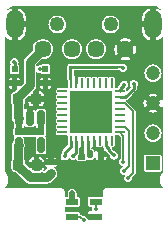
<source format=gbr>
%TF.GenerationSoftware,KiCad,Pcbnew,8.0.4*%
%TF.CreationDate,2024-07-28T22:04:51+02:00*%
%TF.ProjectId,miniCO2,6d696e69-434f-4322-9e6b-696361645f70,rev?*%
%TF.SameCoordinates,Original*%
%TF.FileFunction,Copper,L4,Bot*%
%TF.FilePolarity,Positive*%
%FSLAX46Y46*%
G04 Gerber Fmt 4.6, Leading zero omitted, Abs format (unit mm)*
G04 Created by KiCad (PCBNEW 8.0.4) date 2024-07-28 22:04:51*
%MOMM*%
%LPD*%
G01*
G04 APERTURE LIST*
G04 Aperture macros list*
%AMRoundRect*
0 Rectangle with rounded corners*
0 $1 Rounding radius*
0 $2 $3 $4 $5 $6 $7 $8 $9 X,Y pos of 4 corners*
0 Add a 4 corners polygon primitive as box body*
4,1,4,$2,$3,$4,$5,$6,$7,$8,$9,$2,$3,0*
0 Add four circle primitives for the rounded corners*
1,1,$1+$1,$2,$3*
1,1,$1+$1,$4,$5*
1,1,$1+$1,$6,$7*
1,1,$1+$1,$8,$9*
0 Add four rect primitives between the rounded corners*
20,1,$1+$1,$2,$3,$4,$5,0*
20,1,$1+$1,$4,$5,$6,$7,0*
20,1,$1+$1,$6,$7,$8,$9,0*
20,1,$1+$1,$8,$9,$2,$3,0*%
G04 Aperture macros list end*
%TA.AperFunction,SMDPad,CuDef*%
%ADD10R,1.200000X1.200000*%
%TD*%
%TA.AperFunction,SMDPad,CuDef*%
%ADD11C,1.200000*%
%TD*%
%TA.AperFunction,SMDPad,CuDef*%
%ADD12RoundRect,0.062500X-0.337500X-0.062500X0.337500X-0.062500X0.337500X0.062500X-0.337500X0.062500X0*%
%TD*%
%TA.AperFunction,SMDPad,CuDef*%
%ADD13RoundRect,0.062500X-0.062500X-0.337500X0.062500X-0.337500X0.062500X0.337500X-0.062500X0.337500X0*%
%TD*%
%TA.AperFunction,HeatsinkPad*%
%ADD14R,3.600000X3.600000*%
%TD*%
%TA.AperFunction,SMDPad,CuDef*%
%ADD15R,0.480000X0.570000*%
%TD*%
%TA.AperFunction,WasherPad*%
%ADD16C,1.250000*%
%TD*%
%TA.AperFunction,ComponentPad*%
%ADD17C,1.450000*%
%TD*%
%TA.AperFunction,ComponentPad*%
%ADD18O,1.450000X2.450000*%
%TD*%
%TA.AperFunction,SMDPad,CuDef*%
%ADD19R,1.000000X0.600000*%
%TD*%
%TA.AperFunction,SMDPad,CuDef*%
%ADD20RoundRect,0.150000X-0.150000X0.512500X-0.150000X-0.512500X0.150000X-0.512500X0.150000X0.512500X0*%
%TD*%
%TA.AperFunction,SMDPad,CuDef*%
%ADD21RoundRect,0.225000X0.225000X0.250000X-0.225000X0.250000X-0.225000X-0.250000X0.225000X-0.250000X0*%
%TD*%
%TA.AperFunction,SMDPad,CuDef*%
%ADD22RoundRect,0.140000X-0.170000X0.140000X-0.170000X-0.140000X0.170000X-0.140000X0.170000X0.140000X0*%
%TD*%
%TA.AperFunction,SMDPad,CuDef*%
%ADD23RoundRect,0.140000X0.140000X0.170000X-0.140000X0.170000X-0.140000X-0.170000X0.140000X-0.170000X0*%
%TD*%
%TA.AperFunction,ViaPad*%
%ADD24C,0.350000*%
%TD*%
%TA.AperFunction,ViaPad*%
%ADD25C,0.400000*%
%TD*%
%TA.AperFunction,ViaPad*%
%ADD26C,0.800000*%
%TD*%
%TA.AperFunction,Conductor*%
%ADD27C,0.250000*%
%TD*%
%TA.AperFunction,Conductor*%
%ADD28C,0.150000*%
%TD*%
%TA.AperFunction,Conductor*%
%ADD29C,0.800000*%
%TD*%
%TA.AperFunction,Conductor*%
%ADD30C,0.500000*%
%TD*%
%TA.AperFunction,Conductor*%
%ADD31C,0.200000*%
%TD*%
G04 APERTURE END LIST*
D10*
%TO.P,J2,1,Pin_1*%
%TO.N,+3.3V*%
X147320000Y-92583000D03*
D11*
%TO.P,J2,2,Pin_2*%
%TO.N,SWDIO*%
X147320000Y-90043000D03*
%TO.P,J2,3,Pin_3*%
%TO.N,GND*%
X147320000Y-87503000D03*
%TO.P,J2,4,Pin_4*%
%TO.N,SWCLK*%
X147320000Y-84963000D03*
%TD*%
D12*
%TO.P,U1,1,PA00*%
%TO.N,unconnected-(U1-PA00-Pad1)*%
X139637600Y-89989600D03*
%TO.P,U1,2,PA01*%
%TO.N,unconnected-(U1-PA01-Pad2)*%
X139637600Y-89489600D03*
%TO.P,U1,3,PA02*%
%TO.N,unconnected-(U1-PA02-Pad3)*%
X139637600Y-88989600D03*
%TO.P,U1,4,PA03*%
%TO.N,unconnected-(U1-PA03-Pad4)*%
X139637600Y-88489600D03*
%TO.P,U1,5,PA04*%
%TO.N,unconnected-(U1-PA04-Pad5)*%
X139637600Y-87989600D03*
%TO.P,U1,6,PA05*%
%TO.N,unconnected-(U1-PA05-Pad6)*%
X139637600Y-87489600D03*
%TO.P,U1,7,PA06*%
%TO.N,unconnected-(U1-PA06-Pad7)*%
X139637600Y-86989600D03*
%TO.P,U1,8,PA07*%
%TO.N,unconnected-(U1-PA07-Pad8)*%
X139637600Y-86489600D03*
D13*
%TO.P,U1,9,VDDANA*%
%TO.N,+3.3V*%
X140337600Y-85789600D03*
%TO.P,U1,10,GND*%
%TO.N,GND*%
X140837600Y-85789600D03*
%TO.P,U1,11,PA08*%
%TO.N,unconnected-(U1-PA08-Pad11)*%
X141337600Y-85789600D03*
%TO.P,U1,12,PA09*%
%TO.N,unconnected-(U1-PA09-Pad12)*%
X141837600Y-85789600D03*
%TO.P,U1,13,PA10*%
%TO.N,unconnected-(U1-PA10-Pad13)*%
X142337600Y-85789600D03*
%TO.P,U1,14,PA11*%
%TO.N,unconnected-(U1-PA11-Pad14)*%
X142837600Y-85789600D03*
%TO.P,U1,15,PA14*%
%TO.N,unconnected-(U1-PA14-Pad15)*%
X143337600Y-85789600D03*
%TO.P,U1,16,PA15*%
%TO.N,unconnected-(U1-PA15-Pad16)*%
X143837600Y-85789600D03*
D12*
%TO.P,U1,17,PA16*%
%TO.N,SDA*%
X144537600Y-86489600D03*
%TO.P,U1,18,PA17*%
%TO.N,SCL*%
X144537600Y-86989600D03*
%TO.P,U1,19,PA18*%
%TO.N,DIN*%
X144537600Y-87489600D03*
%TO.P,U1,20,PA19*%
%TO.N,unconnected-(U1-PA19-Pad20)*%
X144537600Y-87989600D03*
%TO.P,U1,21,PA22*%
%TO.N,unconnected-(U1-PA22-Pad21)*%
X144537600Y-88489600D03*
%TO.P,U1,22,PA23*%
%TO.N,unconnected-(U1-PA23-Pad22)*%
X144537600Y-88989600D03*
%TO.P,U1,23,PA24*%
%TO.N,D-*%
X144537600Y-89489600D03*
%TO.P,U1,24,PA25*%
%TO.N,D+*%
X144537600Y-89989600D03*
D13*
%TO.P,U1,25,PA27*%
%TO.N,unconnected-(U1-PA27-Pad25)*%
X143837600Y-90689600D03*
%TO.P,U1,26,~{RESET}*%
%TO.N,Net-(U1-~{RESET})*%
X143337600Y-90689600D03*
%TO.P,U1,27,PA28*%
%TO.N,unconnected-(U1-PA28-Pad27)*%
X142837600Y-90689600D03*
%TO.P,U1,28,GND*%
%TO.N,GND*%
X142337600Y-90689600D03*
%TO.P,U1,29,VDDCORE*%
%TO.N,Net-(U1-VDDCORE)*%
X141837600Y-90689600D03*
%TO.P,U1,30,VDDIN*%
%TO.N,+3.3V*%
X141337600Y-90689600D03*
%TO.P,U1,31,PA30*%
%TO.N,SWCLK*%
X140837600Y-90689600D03*
%TO.P,U1,32,PA31*%
%TO.N,SWDIO*%
X140337600Y-90689600D03*
D14*
%TO.P,U1,33,EP*%
%TO.N,unconnected-(U1-EP-Pad33)*%
X142087600Y-88239600D03*
%TD*%
D15*
%TO.P,SW1,1,1*%
%TO.N,GND*%
X135596000Y-85797000D03*
X138216000Y-85797000D03*
%TO.P,SW1,2,2*%
%TO.N,Net-(U1-~{RESET})*%
X135596000Y-84637000D03*
X138216000Y-84637000D03*
%TD*%
D16*
%TO.P,J1,*%
%TO.N,*%
X139228000Y-80844000D03*
X143728000Y-80844000D03*
D17*
%TO.P,J1,1,VBUS*%
%TO.N,VBUS*%
X137978000Y-82944000D03*
%TO.P,J1,2,D-*%
%TO.N,D-*%
X140478000Y-82944000D03*
%TO.P,J1,3,D+*%
%TO.N,D+*%
X142478000Y-82944000D03*
%TO.P,J1,4,GND*%
%TO.N,GND*%
X144978000Y-82944000D03*
D18*
%TO.P,J1,5,Shield*%
X135628000Y-80844000D03*
X147328000Y-80844000D03*
%TD*%
D19*
%TO.P,D1,1,DOUT*%
%TO.N,Net-(D1-DOUT)*%
X142478000Y-95844600D03*
%TO.P,D1,2,VSS*%
%TO.N,GND*%
X142478000Y-97144600D03*
%TO.P,D1,3,DIN*%
%TO.N,DIN*%
X140478000Y-97144600D03*
%TO.P,D1,4,VDD*%
%TO.N,+3.3V*%
X140478000Y-95844600D03*
%TD*%
D20*
%TO.P,U2,1,VIN*%
%TO.N,VBUS*%
X135940200Y-88778500D03*
%TO.P,U2,2,GND*%
%TO.N,GND*%
X136890200Y-88778500D03*
%TO.P,U2,3,EN*%
%TO.N,VBUS*%
X137840200Y-88778500D03*
%TO.P,U2,4,NC*%
%TO.N,unconnected-(U2-NC-Pad4)*%
X137840200Y-91053500D03*
%TO.P,U2,5,VOUT*%
%TO.N,+3.3V*%
X135940200Y-91053500D03*
%TD*%
D21*
%TO.P,C2,1*%
%TO.N,GND*%
X137462000Y-92710000D03*
%TO.P,C2,2*%
%TO.N,+3.3V*%
X135912000Y-92710000D03*
%TD*%
D22*
%TO.P,C3,2*%
%TO.N,+3.3V*%
X138684000Y-93444000D03*
%TO.P,C3,1*%
%TO.N,GND*%
X138684000Y-92484000D03*
%TD*%
D21*
%TO.P,C1,1*%
%TO.N,GND*%
X137427000Y-87122000D03*
%TO.P,C1,2*%
%TO.N,VBUS*%
X135877000Y-87122000D03*
%TD*%
D23*
%TO.P,C4,1*%
%TO.N,GND*%
X142923200Y-91846400D03*
%TO.P,C4,2*%
%TO.N,Net-(U1-VDDCORE)*%
X141963200Y-91846400D03*
%TD*%
D24*
%TO.N,Net-(U1-~{RESET})*%
X137769600Y-84632800D03*
D25*
%TO.N,GND*%
X141325600Y-96570800D03*
D24*
%TO.N,Net-(D1-DOUT)*%
X142480248Y-96490205D03*
%TO.N,DIN*%
X141445348Y-97442000D03*
X145211800Y-93853000D03*
%TO.N,D-*%
X144881600Y-93218000D03*
%TO.N,SWDIO*%
X147320000Y-90043000D03*
%TO.N,SCL*%
X145694400Y-85879401D03*
%TO.N,SWCLK*%
X147320000Y-84963000D03*
%TO.N,+3.3V*%
X144777999Y-84494963D03*
D26*
X147320000Y-92583000D03*
%TO.N,GND*%
X136906000Y-91643200D03*
X139496800Y-90932000D03*
%TO.N,+3.3V*%
X137922000Y-93785000D03*
D24*
X141274800Y-91948000D03*
D25*
X140478000Y-95144598D03*
D24*
%TO.N,SWDIO*%
X139852896Y-91991794D03*
%TO.N,D+*%
X144812200Y-92456000D03*
%TO.N,Net-(U1-~{RESET})*%
X144018000Y-91930200D03*
X135585200Y-84023200D03*
%TO.N,SWCLK*%
X140567052Y-91954402D03*
%TO.N,SDA*%
X144875630Y-85931389D03*
%TD*%
D27*
%TO.N,SCL*%
X144987340Y-86989600D02*
X144537600Y-86989600D01*
X145694400Y-86282540D02*
X144987340Y-86989600D01*
X145694400Y-85879401D02*
X145694400Y-86282540D01*
D28*
%TO.N,DIN*%
X145638000Y-93426800D02*
X145638000Y-88190001D01*
X144937599Y-87489600D02*
X144537600Y-87489600D01*
X145211800Y-93853000D02*
X145638000Y-93426800D01*
X145638000Y-88190001D02*
X144937599Y-87489600D01*
%TO.N,D-*%
X144951986Y-89489600D02*
X144537600Y-89489600D01*
X145288000Y-89825614D02*
X144951986Y-89489600D01*
X145288000Y-92811600D02*
X145288000Y-89825614D01*
X144881600Y-93218000D02*
X145288000Y-92811600D01*
%TO.N,D+*%
X144812200Y-90264200D02*
X144537600Y-89989600D01*
X144812200Y-92456000D02*
X144812200Y-90264200D01*
%TO.N,Net-(U1-~{RESET})*%
X137773800Y-84637000D02*
X137769600Y-84632800D01*
X138216000Y-84637000D02*
X137773800Y-84637000D01*
D29*
%TO.N,+3.3V*%
X136889040Y-93785000D02*
X135912000Y-92807960D01*
X135912000Y-92807960D02*
X135912000Y-92710000D01*
X137922000Y-93785000D02*
X136889040Y-93785000D01*
X137922000Y-93785000D02*
X138343000Y-93785000D01*
X138343000Y-93785000D02*
X138684000Y-93444000D01*
D28*
%TO.N,Net-(D1-DOUT)*%
X142478000Y-96487957D02*
X142480248Y-96490205D01*
X142478000Y-95844600D02*
X142478000Y-96487957D01*
%TO.N,DIN*%
X141147948Y-97144600D02*
X140478000Y-97144600D01*
X141445348Y-97442000D02*
X141147948Y-97144600D01*
D30*
%TO.N,+3.3V*%
X140478000Y-95144598D02*
X140478000Y-95844600D01*
D27*
%TO.N,Net-(U1-~{RESET})*%
X143337600Y-91139340D02*
X143337600Y-90689600D01*
X144018000Y-91930200D02*
X143612860Y-91525060D01*
X143612860Y-91525060D02*
X143612860Y-91414600D01*
X143612860Y-91414600D02*
X143337600Y-91139340D01*
%TO.N,SWCLK*%
X140837600Y-91683854D02*
X140837600Y-90689600D01*
X140567052Y-91954402D02*
X140837600Y-91683854D01*
%TO.N,SWDIO*%
X140337600Y-91183400D02*
X140337600Y-90689600D01*
X139852896Y-91668104D02*
X140337600Y-91183400D01*
X139852896Y-91991794D02*
X139852896Y-91668104D01*
%TO.N,Net-(U1-~{RESET})*%
X135596000Y-84034000D02*
X135596000Y-84637000D01*
X135585200Y-84023200D02*
X135596000Y-84034000D01*
D31*
%TO.N,+3.3V*%
X144777999Y-84494963D02*
X144738036Y-84455000D01*
X144738036Y-84455000D02*
X144145000Y-84455000D01*
D27*
%TO.N,SDA*%
X144537600Y-86269419D02*
X144537600Y-86489600D01*
X144875630Y-85931389D02*
X144537600Y-86269419D01*
D29*
%TO.N,+3.3V*%
X135906000Y-92704000D02*
X135906000Y-91087700D01*
X135912000Y-92710000D02*
X135906000Y-92704000D01*
X135906000Y-91087700D02*
X135940200Y-91053500D01*
D31*
%TO.N,D-*%
X144386400Y-89489600D02*
X144387600Y-89488400D01*
%TO.N,D+*%
X144386400Y-89989600D02*
X144387600Y-89988400D01*
D27*
%TO.N,Net-(U1-VDDCORE)*%
X141837600Y-91718400D02*
X141837600Y-90689600D01*
D29*
%TO.N,VBUS*%
X135877000Y-87122000D02*
X135877000Y-88715300D01*
X136906000Y-84016000D02*
X136906000Y-85995040D01*
X135877000Y-87024040D02*
X135877000Y-87122000D01*
X135877000Y-88715300D02*
X135940200Y-88778500D01*
X137978000Y-82944000D02*
X136906000Y-84016000D01*
X136906000Y-85995040D02*
X135877000Y-87024040D01*
D31*
%TO.N,GND*%
X142337600Y-91260800D02*
X142923200Y-91846400D01*
X142337600Y-90689600D02*
X142337600Y-91260800D01*
%TD*%
%TA.AperFunction,Conductor*%
%TO.N,+3.3V*%
G36*
X141462600Y-91282311D02*
G01*
X141470608Y-91288883D01*
X141486863Y-91292116D01*
X141507700Y-91323297D01*
X141508588Y-91330565D01*
X141551796Y-92252306D01*
X141539083Y-92287588D01*
X141505144Y-92303546D01*
X141502850Y-92303600D01*
X141014594Y-92303600D01*
X140979946Y-92289248D01*
X140965811Y-92259203D01*
X140938108Y-91965548D01*
X140949142Y-91929706D01*
X140952230Y-91926311D01*
X141051659Y-91826884D01*
X141090100Y-91734079D01*
X141090100Y-91633629D01*
X141090100Y-91310865D01*
X141104452Y-91276217D01*
X141139100Y-91261865D01*
X141166326Y-91270125D01*
X141172680Y-91274371D01*
X141212599Y-91282311D01*
X141212600Y-91282311D01*
X141212600Y-90686360D01*
X141224000Y-90678000D01*
X141462600Y-90678000D01*
X141462600Y-91282311D01*
G37*
%TD.AperFunction*%
%TD*%
%TA.AperFunction,Conductor*%
%TO.N,GND*%
G36*
X147449395Y-79294736D02*
G01*
X147578703Y-79307475D01*
X147588115Y-79309347D01*
X147710144Y-79346375D01*
X147719008Y-79350048D01*
X147831459Y-79410173D01*
X147839443Y-79415510D01*
X147937999Y-79496425D01*
X147944791Y-79503220D01*
X147995754Y-79565349D01*
X148006632Y-79601240D01*
X147988945Y-79634310D01*
X147953054Y-79645188D01*
X147923221Y-79631073D01*
X147917650Y-79625502D01*
X147766148Y-79524273D01*
X147597820Y-79454549D01*
X147597811Y-79454547D01*
X147578000Y-79450605D01*
X147578000Y-79910988D01*
X147520993Y-79878075D01*
X147393826Y-79844000D01*
X147262174Y-79844000D01*
X147135007Y-79878075D01*
X147078000Y-79910988D01*
X147078000Y-79450605D01*
X147058188Y-79454547D01*
X147058179Y-79454549D01*
X146889851Y-79524273D01*
X146738349Y-79625502D01*
X146609502Y-79754349D01*
X146508273Y-79905851D01*
X146438547Y-80074185D01*
X146438547Y-80074186D01*
X146403000Y-80252898D01*
X146403000Y-80594000D01*
X146828000Y-80594000D01*
X146828000Y-81094000D01*
X146403000Y-81094000D01*
X146403000Y-81435101D01*
X146438547Y-81613813D01*
X146438547Y-81613814D01*
X146508273Y-81782148D01*
X146609502Y-81933650D01*
X146738349Y-82062497D01*
X146889851Y-82163726D01*
X147058185Y-82233452D01*
X147058196Y-82233455D01*
X147077999Y-82237394D01*
X147078000Y-82237394D01*
X147078000Y-81777012D01*
X147135007Y-81809925D01*
X147262174Y-81844000D01*
X147393826Y-81844000D01*
X147520993Y-81809925D01*
X147578000Y-81777012D01*
X147578000Y-82237394D01*
X147597803Y-82233455D01*
X147597814Y-82233452D01*
X147766148Y-82163726D01*
X147917650Y-82062497D01*
X148046493Y-81933654D01*
X148056818Y-81918202D01*
X148088000Y-81897366D01*
X148124783Y-81904681D01*
X148145619Y-81935863D01*
X148146561Y-81945422D01*
X148146656Y-84929652D01*
X148132490Y-84963853D01*
X148135968Y-84965775D01*
X148146658Y-84996324D01*
X148146726Y-87155061D01*
X148132375Y-87189710D01*
X148097728Y-87204063D01*
X148063079Y-87189712D01*
X148051475Y-87171245D01*
X148045335Y-87153696D01*
X148045330Y-87153687D01*
X148036661Y-87139892D01*
X148036660Y-87139891D01*
X147673553Y-87502999D01*
X147673553Y-87503000D01*
X148036660Y-87866106D01*
X148045337Y-87852299D01*
X148051497Y-87834693D01*
X148076485Y-87806728D01*
X148113929Y-87804623D01*
X148141894Y-87829611D01*
X148146748Y-87850872D01*
X148146817Y-90011087D01*
X148133618Y-90042953D01*
X148136128Y-90044341D01*
X148146819Y-90074890D01*
X148146922Y-93302864D01*
X148135251Y-93334607D01*
X148075945Y-93404352D01*
X148075941Y-93404358D01*
X147987992Y-93554879D01*
X147927734Y-93718474D01*
X147897031Y-93890086D01*
X147896829Y-94064432D01*
X147927135Y-94236111D01*
X147927342Y-94236676D01*
X147987017Y-94399845D01*
X147987018Y-94399847D01*
X147987019Y-94399849D01*
X148074620Y-94550572D01*
X148129018Y-94614844D01*
X148140447Y-94650563D01*
X148123272Y-94683902D01*
X148091616Y-94695500D01*
X143343436Y-94695500D01*
X143267010Y-94715979D01*
X143267008Y-94715979D01*
X143198488Y-94755540D01*
X143198488Y-94755541D01*
X143142541Y-94811488D01*
X143142540Y-94811488D01*
X143102979Y-94880008D01*
X143102979Y-94880010D01*
X143082500Y-94956436D01*
X143082500Y-95375682D01*
X143068148Y-95410330D01*
X143033500Y-95424682D01*
X143023940Y-95423740D01*
X142990561Y-95417100D01*
X142990558Y-95417100D01*
X141965442Y-95417100D01*
X141965438Y-95417100D01*
X141928253Y-95424497D01*
X141886077Y-95452677D01*
X141857897Y-95494853D01*
X141850500Y-95532038D01*
X141850500Y-96157161D01*
X141857897Y-96194346D01*
X141886077Y-96236522D01*
X141907165Y-96250612D01*
X141928252Y-96264702D01*
X141965442Y-96272100D01*
X142118042Y-96272100D01*
X142152690Y-96286452D01*
X142167042Y-96321100D01*
X142161702Y-96343345D01*
X142142748Y-96380543D01*
X142142748Y-96380544D01*
X142125379Y-96490205D01*
X142140858Y-96587936D01*
X142132104Y-96624401D01*
X142100128Y-96643997D01*
X142092462Y-96644600D01*
X141958305Y-96644600D01*
X141899963Y-96656204D01*
X141833807Y-96700407D01*
X141789604Y-96766563D01*
X141778000Y-96824905D01*
X141778000Y-96894600D01*
X142679000Y-96894600D01*
X142713648Y-96908952D01*
X142728000Y-96943600D01*
X142728000Y-97345600D01*
X142713648Y-97380248D01*
X142679000Y-97394600D01*
X141834559Y-97394600D01*
X141799911Y-97380248D01*
X141786162Y-97353267D01*
X141782848Y-97332339D01*
X141732443Y-97233413D01*
X141653935Y-97154905D01*
X141653932Y-97154903D01*
X141555009Y-97104500D01*
X141445348Y-97087131D01*
X141445346Y-97087131D01*
X141410877Y-97092589D01*
X141374411Y-97083833D01*
X141368566Y-97078840D01*
X141262657Y-96972930D01*
X141188229Y-96942100D01*
X141188228Y-96942100D01*
X141154500Y-96942100D01*
X141119852Y-96927748D01*
X141105500Y-96893100D01*
X141105500Y-96832042D01*
X141105499Y-96832038D01*
X141098102Y-96794853D01*
X141098102Y-96794852D01*
X141079200Y-96766563D01*
X141069922Y-96752677D01*
X141038361Y-96731590D01*
X141027748Y-96724498D01*
X141027747Y-96724497D01*
X141027746Y-96724497D01*
X140990561Y-96717100D01*
X140990558Y-96717100D01*
X139965442Y-96717100D01*
X139965438Y-96717100D01*
X139932060Y-96723740D01*
X139895277Y-96716424D01*
X139874442Y-96685242D01*
X139873500Y-96675682D01*
X139873500Y-96313517D01*
X139887852Y-96278869D01*
X139922500Y-96264517D01*
X139932053Y-96265458D01*
X139965442Y-96272100D01*
X140990558Y-96272100D01*
X141027748Y-96264702D01*
X141069922Y-96236522D01*
X141098102Y-96194348D01*
X141105500Y-96157158D01*
X141105500Y-95532042D01*
X141098102Y-95494852D01*
X141082500Y-95471502D01*
X141069922Y-95452677D01*
X141028023Y-95424682D01*
X141027748Y-95424498D01*
X141027747Y-95424497D01*
X141027746Y-95424497D01*
X140990561Y-95417100D01*
X140990558Y-95417100D01*
X140904500Y-95417100D01*
X140869852Y-95402748D01*
X140855500Y-95368100D01*
X140855500Y-95165382D01*
X140856103Y-95157717D01*
X140858181Y-95144598D01*
X140856103Y-95131476D01*
X140855500Y-95123812D01*
X140855500Y-95094899D01*
X140843471Y-95050010D01*
X140842404Y-95044989D01*
X140840911Y-95035562D01*
X140839574Y-95027116D01*
X140837192Y-95022443D01*
X140833523Y-95012881D01*
X140829774Y-94998890D01*
X140829773Y-94998887D01*
X140819930Y-94981838D01*
X140791404Y-94932429D01*
X140790190Y-94930193D01*
X140785574Y-94921134D01*
X140783713Y-94918573D01*
X140780920Y-94914272D01*
X140780075Y-94912808D01*
X140780073Y-94912806D01*
X140780072Y-94912804D01*
X140709794Y-94842527D01*
X140709790Y-94842523D01*
X140708318Y-94841673D01*
X140704027Y-94838886D01*
X140701467Y-94837026D01*
X140692398Y-94832404D01*
X140690150Y-94831183D01*
X140656038Y-94811489D01*
X140623709Y-94792824D01*
X140623707Y-94792823D01*
X140623705Y-94792822D01*
X140609713Y-94789073D01*
X140600157Y-94785405D01*
X140595482Y-94783023D01*
X140577599Y-94780191D01*
X140572583Y-94779124D01*
X140527702Y-94767098D01*
X140527699Y-94767098D01*
X140498785Y-94767098D01*
X140491121Y-94766495D01*
X140478000Y-94764417D01*
X140464879Y-94766495D01*
X140457215Y-94767098D01*
X140428298Y-94767098D01*
X140383415Y-94779124D01*
X140378400Y-94780190D01*
X140360522Y-94783022D01*
X140360515Y-94783024D01*
X140355837Y-94785407D01*
X140346287Y-94789072D01*
X140332298Y-94792821D01*
X140332291Y-94792824D01*
X140265835Y-94831190D01*
X140263589Y-94832410D01*
X140254531Y-94837027D01*
X140251966Y-94838890D01*
X140247680Y-94841673D01*
X140246209Y-94842522D01*
X140175924Y-94912807D01*
X140175075Y-94914278D01*
X140172292Y-94918564D01*
X140170429Y-94921129D01*
X140165812Y-94930187D01*
X140164592Y-94932433D01*
X140126226Y-94998889D01*
X140126223Y-94998896D01*
X140122474Y-95012885D01*
X140118809Y-95022435D01*
X140116426Y-95027113D01*
X140116424Y-95027120D01*
X140113592Y-95044998D01*
X140112526Y-95050013D01*
X140100500Y-95094895D01*
X140100500Y-95123812D01*
X140099897Y-95131476D01*
X140097819Y-95144597D01*
X140099897Y-95157717D01*
X140100500Y-95165382D01*
X140100500Y-95368100D01*
X140086148Y-95402748D01*
X140051500Y-95417100D01*
X139965438Y-95417100D01*
X139932060Y-95423740D01*
X139895277Y-95416424D01*
X139874442Y-95385242D01*
X139873500Y-95375682D01*
X139873500Y-94981836D01*
X139864843Y-94949534D01*
X139853021Y-94905411D01*
X139853020Y-94905409D01*
X139853020Y-94905408D01*
X139816715Y-94842527D01*
X139813460Y-94836889D01*
X139757511Y-94780940D01*
X139733536Y-94767098D01*
X139688990Y-94741379D01*
X139612564Y-94720900D01*
X139612562Y-94720900D01*
X134858665Y-94720900D01*
X134824017Y-94706548D01*
X134809665Y-94671900D01*
X134809665Y-94654396D01*
X134821140Y-94622886D01*
X134881021Y-94551578D01*
X134968151Y-94400565D01*
X135027627Y-94236676D01*
X135057627Y-94064930D01*
X135057233Y-93890584D01*
X135057232Y-93890578D01*
X135057232Y-93890573D01*
X135035230Y-93767895D01*
X135026457Y-93718975D01*
X134966241Y-93555357D01*
X134938337Y-93507495D01*
X134878432Y-93404742D01*
X134878433Y-93404742D01*
X134838203Y-93357272D01*
X134818901Y-93334496D01*
X134807284Y-93302812D01*
X134808360Y-86838545D01*
X135299500Y-86838545D01*
X135299500Y-87405454D01*
X135309482Y-87473971D01*
X135344521Y-87545642D01*
X135349500Y-87567163D01*
X135349500Y-88784749D01*
X135385447Y-88918907D01*
X135385448Y-88918910D01*
X135420171Y-88979050D01*
X135454891Y-89039187D01*
X135454893Y-89039189D01*
X135454895Y-89039193D01*
X135454898Y-89039196D01*
X135498348Y-89082646D01*
X135512700Y-89117294D01*
X135512700Y-89332429D01*
X135512701Y-89332449D01*
X135515390Y-89355632D01*
X135538686Y-89408391D01*
X135550876Y-89436000D01*
X135553525Y-89441998D01*
X135557700Y-89461790D01*
X135557700Y-89551411D01*
X135546855Y-89582155D01*
X135531891Y-89600724D01*
X135513587Y-89644914D01*
X135513585Y-89644920D01*
X135508519Y-89670388D01*
X135503500Y-89695624D01*
X135503500Y-90158300D01*
X135506449Y-90173124D01*
X135513585Y-90209003D01*
X135513588Y-90209013D01*
X135527294Y-90242100D01*
X135531892Y-90253200D01*
X135545467Y-90278061D01*
X135556151Y-90286670D01*
X135566799Y-90295252D01*
X135584772Y-90328167D01*
X135574206Y-90364151D01*
X135570702Y-90368052D01*
X135557297Y-90381457D01*
X135515390Y-90476367D01*
X135512701Y-90499550D01*
X135512700Y-90499570D01*
X135512700Y-90714706D01*
X135498348Y-90749354D01*
X135483898Y-90763803D01*
X135483891Y-90763812D01*
X135449171Y-90823950D01*
X135414448Y-90884090D01*
X135412779Y-90890322D01*
X135412778Y-90890321D01*
X135412778Y-90890325D01*
X135378500Y-91018249D01*
X135378500Y-92277108D01*
X135373521Y-92298628D01*
X135344484Y-92358024D01*
X135344483Y-92358028D01*
X135334500Y-92426545D01*
X135334500Y-92993454D01*
X135344482Y-93061971D01*
X135344482Y-93061972D01*
X135396150Y-93167659D01*
X135396151Y-93167661D01*
X135396152Y-93167662D01*
X135479338Y-93250848D01*
X135585028Y-93302517D01*
X135653547Y-93312500D01*
X135653555Y-93312499D01*
X135653646Y-93312507D01*
X135653670Y-93312518D01*
X135655303Y-93312756D01*
X135655233Y-93313232D01*
X135684774Y-93326731D01*
X136466934Y-94108892D01*
X136466935Y-94108893D01*
X136565147Y-94207105D01*
X136609173Y-94232523D01*
X136685430Y-94276551D01*
X136685432Y-94276551D01*
X136685433Y-94276552D01*
X136731177Y-94288809D01*
X136819589Y-94312499D01*
X136819590Y-94312500D01*
X136819593Y-94312500D01*
X137852553Y-94312500D01*
X137884211Y-94312500D01*
X137890606Y-94312918D01*
X137922000Y-94317052D01*
X137953393Y-94312918D01*
X137959789Y-94312500D01*
X138412449Y-94312500D01*
X138457167Y-94300517D01*
X138479527Y-94294526D01*
X138546608Y-94276552D01*
X138615674Y-94236676D01*
X138666893Y-94207105D01*
X138765105Y-94108893D01*
X138765105Y-94108891D01*
X138769134Y-94104863D01*
X138769137Y-94104858D01*
X139106105Y-93767892D01*
X139175552Y-93647608D01*
X139211499Y-93513449D01*
X139211500Y-93513449D01*
X139211500Y-93374551D01*
X139211499Y-93374550D01*
X139175552Y-93240392D01*
X139175551Y-93240389D01*
X139121669Y-93147065D01*
X139106105Y-93120107D01*
X139007893Y-93021895D01*
X138998853Y-93016675D01*
X138976024Y-92986925D01*
X138980918Y-92949743D01*
X139002646Y-92929833D01*
X139052024Y-92906807D01*
X139052026Y-92906806D01*
X139136806Y-92822026D01*
X139136807Y-92822024D01*
X139177854Y-92734000D01*
X138190146Y-92734000D01*
X138231192Y-92822024D01*
X138231193Y-92822026D01*
X138315973Y-92906806D01*
X138315975Y-92906807D01*
X138365353Y-92929833D01*
X138390690Y-92957483D01*
X138389054Y-92994950D01*
X138369146Y-93016677D01*
X138360111Y-93021893D01*
X138360104Y-93021898D01*
X138138855Y-93243148D01*
X138104207Y-93257500D01*
X138092366Y-93257500D01*
X138057718Y-93243148D01*
X138043366Y-93208500D01*
X138048707Y-93186254D01*
X138096236Y-93092972D01*
X138112000Y-92993449D01*
X138112000Y-92960000D01*
X136830333Y-92960000D01*
X136795685Y-92945648D01*
X136503851Y-92653814D01*
X136489499Y-92619166D01*
X136489499Y-92426550D01*
X136812000Y-92426550D01*
X136812000Y-92460000D01*
X137212000Y-92460000D01*
X137712000Y-92460000D01*
X138111999Y-92460000D01*
X138111999Y-92426550D01*
X138096238Y-92327031D01*
X138048836Y-92233999D01*
X138190145Y-92233999D01*
X138190146Y-92234000D01*
X138434000Y-92234000D01*
X138934000Y-92234000D01*
X139177854Y-92234000D01*
X139177854Y-92233999D01*
X139136807Y-92145975D01*
X139136806Y-92145973D01*
X139052026Y-92061193D01*
X139052024Y-92061192D01*
X138943356Y-92010519D01*
X138943358Y-92010519D01*
X138934000Y-92009287D01*
X138934000Y-92234000D01*
X138434000Y-92234000D01*
X138434000Y-92009287D01*
X138424642Y-92010519D01*
X138315975Y-92061192D01*
X138315973Y-92061193D01*
X138231193Y-92145973D01*
X138231192Y-92145975D01*
X138190145Y-92233999D01*
X138048836Y-92233999D01*
X138035122Y-92207083D01*
X138035117Y-92207076D01*
X137939923Y-92111882D01*
X137939918Y-92111878D01*
X137819971Y-92050763D01*
X137819972Y-92050763D01*
X137720449Y-92035000D01*
X137712000Y-92035000D01*
X137712000Y-92460000D01*
X137212000Y-92460000D01*
X137212000Y-92035001D01*
X137211998Y-92034999D01*
X137203551Y-92035000D01*
X137203549Y-92035000D01*
X137104030Y-92050761D01*
X136984083Y-92111877D01*
X136984076Y-92111882D01*
X136888882Y-92207076D01*
X136888878Y-92207081D01*
X136827763Y-92327027D01*
X136812000Y-92426550D01*
X136489499Y-92426550D01*
X136489499Y-92426545D01*
X136479517Y-92358028D01*
X136479517Y-92358027D01*
X136438479Y-92274083D01*
X136433500Y-92252562D01*
X136433500Y-91257033D01*
X136435170Y-91244351D01*
X136467699Y-91122949D01*
X136467700Y-91122949D01*
X136467700Y-90984051D01*
X136467699Y-90984050D01*
X136431752Y-90849892D01*
X136431751Y-90849889D01*
X136374265Y-90750322D01*
X136367700Y-90725822D01*
X136367700Y-90499570D01*
X136367698Y-90499550D01*
X136365009Y-90476368D01*
X136341044Y-90422092D01*
X136340178Y-90384599D01*
X136366077Y-90357475D01*
X136385869Y-90353300D01*
X137394531Y-90353300D01*
X137429179Y-90367652D01*
X137443531Y-90402300D01*
X137439356Y-90422092D01*
X137415390Y-90476368D01*
X137412701Y-90499550D01*
X137412700Y-90499570D01*
X137412700Y-91607429D01*
X137412701Y-91607449D01*
X137415390Y-91630632D01*
X137457297Y-91725542D01*
X137457300Y-91725546D01*
X137530653Y-91798899D01*
X137530657Y-91798902D01*
X137530658Y-91798903D01*
X137569772Y-91816173D01*
X137625567Y-91840809D01*
X137648750Y-91843498D01*
X137648754Y-91843498D01*
X137648768Y-91843500D01*
X137648771Y-91843500D01*
X138031629Y-91843500D01*
X138031632Y-91843500D01*
X138032452Y-91843404D01*
X138054832Y-91840809D01*
X138064768Y-91836421D01*
X138149742Y-91798903D01*
X138223103Y-91725542D01*
X138265008Y-91630634D01*
X138265007Y-91630634D01*
X138265009Y-91630632D01*
X138267698Y-91607449D01*
X138267700Y-91607429D01*
X138267700Y-90499570D01*
X138267698Y-90499550D01*
X138265009Y-90476367D01*
X138232305Y-90402300D01*
X138223103Y-90381458D01*
X138223102Y-90381457D01*
X138223099Y-90381453D01*
X138200427Y-90358781D01*
X138186075Y-90324133D01*
X138196920Y-90293389D01*
X138229308Y-90253200D01*
X138247614Y-90209006D01*
X138257700Y-90158300D01*
X138257700Y-89690126D01*
X138257614Y-89685353D01*
X138257452Y-89680859D01*
X138243490Y-89626257D01*
X138227895Y-89595145D01*
X138222700Y-89573188D01*
X138222700Y-89461790D01*
X138226875Y-89441998D01*
X138229524Y-89436000D01*
X138263789Y-89358395D01*
X138265009Y-89355632D01*
X138267698Y-89332449D01*
X138267700Y-89332429D01*
X138267700Y-88224570D01*
X138267698Y-88224550D01*
X138265009Y-88201367D01*
X138241661Y-88148488D01*
X138223103Y-88106458D01*
X138223102Y-88106457D01*
X138223099Y-88106453D01*
X138149746Y-88033100D01*
X138149742Y-88033097D01*
X138054832Y-87991190D01*
X138031649Y-87988501D01*
X138031634Y-87988500D01*
X138031632Y-87988500D01*
X137648768Y-87988500D01*
X137648765Y-87988500D01*
X137648750Y-87988501D01*
X137625567Y-87991190D01*
X137530657Y-88033097D01*
X137530653Y-88033100D01*
X137457300Y-88106453D01*
X137457296Y-88106459D01*
X137449790Y-88123458D01*
X137422665Y-88149356D01*
X137385172Y-88148488D01*
X137360945Y-88125184D01*
X137328988Y-88059815D01*
X137328984Y-88059809D01*
X137246390Y-87977215D01*
X137246386Y-87977213D01*
X137141448Y-87925912D01*
X137140200Y-87925730D01*
X137140200Y-88979500D01*
X137125848Y-89014148D01*
X137091200Y-89028500D01*
X136689200Y-89028500D01*
X136654552Y-89014148D01*
X136640200Y-88979500D01*
X136640200Y-87925730D01*
X136638951Y-87925912D01*
X136534013Y-87977213D01*
X136534009Y-87977215D01*
X136488148Y-88023077D01*
X136453500Y-88037429D01*
X136418852Y-88023077D01*
X136404500Y-87988429D01*
X136404500Y-87567163D01*
X136409479Y-87545642D01*
X136444517Y-87473972D01*
X136454500Y-87405453D01*
X136454500Y-87405449D01*
X136777001Y-87405449D01*
X136792761Y-87504968D01*
X136853877Y-87624916D01*
X136853882Y-87624923D01*
X136949076Y-87720117D01*
X136949081Y-87720121D01*
X137069028Y-87781236D01*
X137069027Y-87781236D01*
X137168550Y-87796999D01*
X137677000Y-87796999D01*
X137685449Y-87796999D01*
X137784968Y-87781238D01*
X137904916Y-87720122D01*
X137904923Y-87720117D01*
X138000117Y-87624923D01*
X138000121Y-87624918D01*
X138061236Y-87504972D01*
X138077000Y-87405449D01*
X138077000Y-87372000D01*
X137677000Y-87372000D01*
X137677000Y-87796999D01*
X137168550Y-87796999D01*
X137177000Y-87796998D01*
X137177000Y-87372000D01*
X136777001Y-87372000D01*
X136777001Y-87405449D01*
X136454500Y-87405449D01*
X136454499Y-87212831D01*
X136468850Y-87178185D01*
X136760684Y-86886351D01*
X136795331Y-86872000D01*
X137177000Y-86872000D01*
X137677000Y-86872000D01*
X138076999Y-86872000D01*
X138076999Y-86838550D01*
X138061238Y-86739031D01*
X138000122Y-86619083D01*
X138000117Y-86619076D01*
X137904923Y-86523882D01*
X137904918Y-86523878D01*
X137784971Y-86462763D01*
X137784972Y-86462763D01*
X137685449Y-86447000D01*
X137677000Y-86447000D01*
X137677000Y-86872000D01*
X137177000Y-86872000D01*
X137177000Y-86490332D01*
X137191350Y-86455685D01*
X137225861Y-86421174D01*
X137225866Y-86421171D01*
X137229891Y-86417145D01*
X137229893Y-86417145D01*
X137238650Y-86408388D01*
X139110100Y-86408388D01*
X139110100Y-86570812D01*
X139115100Y-86595948D01*
X139121124Y-86626234D01*
X139163117Y-86689082D01*
X139177748Y-86698858D01*
X139198584Y-86730041D01*
X139191267Y-86766823D01*
X139177748Y-86780342D01*
X139163117Y-86790117D01*
X139121124Y-86852965D01*
X139121124Y-86852966D01*
X139110100Y-86908388D01*
X139110100Y-87070812D01*
X139115100Y-87095948D01*
X139121124Y-87126234D01*
X139163117Y-87189082D01*
X139177748Y-87198858D01*
X139198584Y-87230041D01*
X139191267Y-87266823D01*
X139177748Y-87280342D01*
X139163117Y-87290117D01*
X139121124Y-87352965D01*
X139121124Y-87352966D01*
X139110100Y-87408388D01*
X139110100Y-87570812D01*
X139115100Y-87595948D01*
X139121124Y-87626234D01*
X139163117Y-87689082D01*
X139177748Y-87698858D01*
X139198584Y-87730041D01*
X139191267Y-87766823D01*
X139177748Y-87780342D01*
X139163117Y-87790117D01*
X139121124Y-87852965D01*
X139118510Y-87866106D01*
X139110100Y-87908388D01*
X139110100Y-88070812D01*
X139117191Y-88106459D01*
X139121124Y-88126234D01*
X139163117Y-88189082D01*
X139177748Y-88198858D01*
X139198584Y-88230041D01*
X139191267Y-88266823D01*
X139177748Y-88280342D01*
X139163117Y-88290117D01*
X139121124Y-88352965D01*
X139121124Y-88352966D01*
X139110100Y-88408388D01*
X139110100Y-88570812D01*
X139110912Y-88574892D01*
X139121124Y-88626234D01*
X139163117Y-88689082D01*
X139177748Y-88698858D01*
X139198584Y-88730041D01*
X139191267Y-88766823D01*
X139177748Y-88780342D01*
X139163117Y-88790117D01*
X139121124Y-88852965D01*
X139121124Y-88852966D01*
X139110100Y-88908388D01*
X139110100Y-89070812D01*
X139114523Y-89093047D01*
X139121124Y-89126234D01*
X139163117Y-89189082D01*
X139177748Y-89198858D01*
X139198584Y-89230041D01*
X139191267Y-89266823D01*
X139177748Y-89280342D01*
X139163117Y-89290117D01*
X139121124Y-89352965D01*
X139120044Y-89358395D01*
X139110100Y-89408388D01*
X139110100Y-89570812D01*
X139115100Y-89595948D01*
X139121124Y-89626234D01*
X139163117Y-89689082D01*
X139177748Y-89698858D01*
X139198584Y-89730041D01*
X139191267Y-89766823D01*
X139177748Y-89780342D01*
X139163117Y-89790117D01*
X139121124Y-89852965D01*
X139121124Y-89852966D01*
X139110100Y-89908388D01*
X139110100Y-90070812D01*
X139121124Y-90126234D01*
X139163117Y-90189082D01*
X139202083Y-90215118D01*
X139225966Y-90231076D01*
X139281388Y-90242100D01*
X139281391Y-90242100D01*
X139993811Y-90242100D01*
X139993812Y-90242100D01*
X140035841Y-90233740D01*
X140072624Y-90241056D01*
X140093459Y-90272238D01*
X140093460Y-90291356D01*
X140085100Y-90333389D01*
X140085100Y-91058515D01*
X140070748Y-91093163D01*
X139709866Y-91454045D01*
X139638838Y-91525071D01*
X139638838Y-91525072D01*
X139600396Y-91617877D01*
X139600396Y-91728316D01*
X139586044Y-91762964D01*
X139565801Y-91783206D01*
X139565799Y-91783209D01*
X139515396Y-91882132D01*
X139498027Y-91991794D01*
X139515396Y-92101455D01*
X139560949Y-92190860D01*
X139565801Y-92200381D01*
X139644309Y-92278889D01*
X139743235Y-92329294D01*
X139852896Y-92346663D01*
X139962557Y-92329294D01*
X140061483Y-92278889D01*
X140139991Y-92200381D01*
X140175841Y-92130019D01*
X140204356Y-92105666D01*
X140241744Y-92108607D01*
X140263158Y-92130021D01*
X140279953Y-92162984D01*
X140279957Y-92162989D01*
X140358465Y-92241497D01*
X140457391Y-92291902D01*
X140567052Y-92309271D01*
X140676713Y-92291902D01*
X140753923Y-92252562D01*
X140765903Y-92246458D01*
X140803290Y-92243515D01*
X140831807Y-92267872D01*
X140835413Y-92277193D01*
X140845917Y-92315610D01*
X140845918Y-92315612D01*
X140860050Y-92345651D01*
X140867190Y-92358027D01*
X140871107Y-92364815D01*
X140929239Y-92411662D01*
X140929240Y-92411662D01*
X140929241Y-92411663D01*
X140963879Y-92426011D01*
X140963881Y-92426011D01*
X140963887Y-92426014D01*
X141014594Y-92436100D01*
X141014597Y-92436100D01*
X141502809Y-92436100D01*
X141502850Y-92436100D01*
X141505968Y-92436063D01*
X141508262Y-92436009D01*
X141561524Y-92423453D01*
X141595463Y-92407495D01*
X141619666Y-92392767D01*
X141663738Y-92332504D01*
X141674686Y-92302118D01*
X141699933Y-92274387D01*
X141730344Y-92270671D01*
X141796846Y-92283899D01*
X141796849Y-92283899D01*
X141796852Y-92283900D01*
X141796853Y-92283900D01*
X142129545Y-92283900D01*
X142129548Y-92283900D01*
X142207573Y-92268380D01*
X142296057Y-92209257D01*
X142355180Y-92120773D01*
X142356338Y-92114948D01*
X142377172Y-92083765D01*
X142413954Y-92076447D01*
X142445138Y-92097281D01*
X142448806Y-92103798D01*
X142500392Y-92214424D01*
X142500393Y-92214426D01*
X142585173Y-92299206D01*
X142585175Y-92299207D01*
X142673199Y-92340254D01*
X143173200Y-92340254D01*
X143261224Y-92299207D01*
X143261226Y-92299206D01*
X143346006Y-92214426D01*
X143346007Y-92214424D01*
X143396680Y-92105757D01*
X143397912Y-92096400D01*
X143173200Y-92096400D01*
X143173200Y-92340254D01*
X142673199Y-92340254D01*
X142673200Y-92340253D01*
X142673200Y-91352545D01*
X142585175Y-91393592D01*
X142500393Y-91478373D01*
X142500392Y-91478375D01*
X142448806Y-91589001D01*
X142421156Y-91614338D01*
X142383689Y-91612702D01*
X142358352Y-91585052D01*
X142356338Y-91577851D01*
X142355180Y-91572027D01*
X142319737Y-91518984D01*
X142296057Y-91483542D01*
X142207570Y-91424418D01*
X142129541Y-91408898D01*
X142098358Y-91388063D01*
X142090100Y-91360840D01*
X142090100Y-91310865D01*
X142104452Y-91276217D01*
X142139100Y-91261865D01*
X142166326Y-91270125D01*
X142172680Y-91274371D01*
X142212599Y-91282311D01*
X142212600Y-91282311D01*
X142212600Y-90613600D01*
X142226952Y-90578952D01*
X142261600Y-90564600D01*
X142413600Y-90564600D01*
X142448248Y-90578952D01*
X142462600Y-90613600D01*
X142462600Y-91282311D01*
X142502520Y-91274371D01*
X142589352Y-91216352D01*
X142601325Y-91198432D01*
X142632506Y-91177595D01*
X142669289Y-91184910D01*
X142700966Y-91206076D01*
X142756388Y-91217100D01*
X142756391Y-91217100D01*
X142918809Y-91217100D01*
X142918812Y-91217100D01*
X142974234Y-91206076D01*
X143016781Y-91177646D01*
X143053561Y-91170330D01*
X143084744Y-91191165D01*
X143089271Y-91199636D01*
X143123541Y-91282370D01*
X143158848Y-91317677D01*
X143173200Y-91352324D01*
X143173200Y-91596400D01*
X143336365Y-91596400D01*
X143371013Y-91610752D01*
X143381635Y-91626648D01*
X143398801Y-91668090D01*
X143398802Y-91668091D01*
X143398802Y-91668092D01*
X143652289Y-91921578D01*
X143666038Y-91948560D01*
X143669504Y-91970442D01*
X143680500Y-92039861D01*
X143702870Y-92083765D01*
X143726438Y-92130021D01*
X143730905Y-92138787D01*
X143809413Y-92217295D01*
X143908339Y-92267700D01*
X144018000Y-92285069D01*
X144127661Y-92267700D01*
X144226587Y-92217295D01*
X144305095Y-92138787D01*
X144355500Y-92039861D01*
X144372869Y-91930200D01*
X144355500Y-91820539D01*
X144305095Y-91721613D01*
X144226587Y-91643105D01*
X144226584Y-91643103D01*
X144194288Y-91626648D01*
X144127661Y-91592700D01*
X144036360Y-91578238D01*
X144009378Y-91564489D01*
X143879712Y-91434823D01*
X143865360Y-91400175D01*
X143865360Y-91364377D01*
X143865359Y-91364373D01*
X143860368Y-91352324D01*
X143832420Y-91284850D01*
X143832420Y-91247349D01*
X143858938Y-91220830D01*
X143877690Y-91217100D01*
X143918809Y-91217100D01*
X143918812Y-91217100D01*
X143974234Y-91206076D01*
X144037082Y-91164082D01*
X144079076Y-91101234D01*
X144090100Y-91045812D01*
X144090100Y-90333388D01*
X144081739Y-90291355D01*
X144089056Y-90254575D01*
X144120239Y-90233739D01*
X144139354Y-90233739D01*
X144181388Y-90242100D01*
X144483426Y-90242100D01*
X144518074Y-90256452D01*
X144595348Y-90333726D01*
X144609700Y-90368374D01*
X144609700Y-92142521D01*
X144595348Y-92177169D01*
X144525106Y-92247411D01*
X144525103Y-92247415D01*
X144474700Y-92346338D01*
X144457331Y-92456000D01*
X144474700Y-92565661D01*
X144519615Y-92653814D01*
X144525105Y-92664587D01*
X144603613Y-92743095D01*
X144702539Y-92793500D01*
X144736790Y-92798925D01*
X144768766Y-92818520D01*
X144777521Y-92854986D01*
X144757925Y-92886963D01*
X144751369Y-92890980D01*
X144673019Y-92930900D01*
X144673012Y-92930905D01*
X144594505Y-93009412D01*
X144594503Y-93009415D01*
X144544100Y-93108338D01*
X144526731Y-93218000D01*
X144544100Y-93327661D01*
X144583178Y-93404358D01*
X144594505Y-93426587D01*
X144673013Y-93505095D01*
X144771939Y-93555500D01*
X144881600Y-93572869D01*
X144881601Y-93572868D01*
X144885410Y-93573472D01*
X144885240Y-93574543D01*
X144915845Y-93587221D01*
X144930197Y-93621869D01*
X144924857Y-93644114D01*
X144874300Y-93743338D01*
X144869092Y-93776219D01*
X144856931Y-93853000D01*
X144874300Y-93962661D01*
X144924705Y-94061587D01*
X145003213Y-94140095D01*
X145102139Y-94190500D01*
X145211800Y-94207869D01*
X145321461Y-94190500D01*
X145420387Y-94140095D01*
X145498895Y-94061587D01*
X145549300Y-93962661D01*
X145566669Y-93853000D01*
X145561209Y-93818531D01*
X145569964Y-93782066D01*
X145574951Y-93776226D01*
X145809672Y-93541507D01*
X145840500Y-93467080D01*
X145840500Y-93386520D01*
X145840500Y-91970438D01*
X146592500Y-91970438D01*
X146592500Y-93195561D01*
X146599897Y-93232746D01*
X146628077Y-93274922D01*
X146649165Y-93289012D01*
X146670252Y-93303102D01*
X146707442Y-93310500D01*
X147932558Y-93310500D01*
X147969748Y-93303102D01*
X148011922Y-93274922D01*
X148040102Y-93232748D01*
X148047500Y-93195558D01*
X148047500Y-91970442D01*
X148040102Y-91933252D01*
X148026012Y-91912165D01*
X148011922Y-91891077D01*
X147980361Y-91869990D01*
X147969748Y-91862898D01*
X147969747Y-91862897D01*
X147969746Y-91862897D01*
X147932561Y-91855500D01*
X147932558Y-91855500D01*
X146707442Y-91855500D01*
X146707438Y-91855500D01*
X146670253Y-91862897D01*
X146628077Y-91891077D01*
X146599897Y-91933253D01*
X146592500Y-91970438D01*
X145840500Y-91970438D01*
X145840500Y-90043000D01*
X146587897Y-90043000D01*
X146605052Y-90195263D01*
X146606252Y-90205908D01*
X146660398Y-90360648D01*
X146686570Y-90402300D01*
X146747617Y-90499457D01*
X146863542Y-90615382D01*
X146901727Y-90639375D01*
X147002352Y-90702602D01*
X147157092Y-90756748D01*
X147320000Y-90775103D01*
X147482908Y-90756748D01*
X147637648Y-90702602D01*
X147776459Y-90615381D01*
X147892381Y-90499459D01*
X147979602Y-90360648D01*
X148033748Y-90205908D01*
X148049128Y-90069404D01*
X148062722Y-90044808D01*
X148049125Y-90016576D01*
X148033748Y-89880092D01*
X147979602Y-89725352D01*
X147898292Y-89595948D01*
X147892382Y-89586542D01*
X147776457Y-89470617D01*
X147677419Y-89408388D01*
X147637648Y-89383398D01*
X147501701Y-89335828D01*
X147482911Y-89329253D01*
X147482910Y-89329252D01*
X147482908Y-89329252D01*
X147482904Y-89329251D01*
X147482902Y-89329251D01*
X147320000Y-89310897D01*
X147157097Y-89329251D01*
X147157088Y-89329253D01*
X147002352Y-89383398D01*
X147002350Y-89383399D01*
X146863542Y-89470617D01*
X146747617Y-89586542D01*
X146660399Y-89725350D01*
X146660398Y-89725352D01*
X146606253Y-89880088D01*
X146606251Y-89880097D01*
X146587897Y-90043000D01*
X145840500Y-90043000D01*
X145840500Y-88219660D01*
X146956891Y-88219660D01*
X146956892Y-88219661D01*
X146970687Y-88228330D01*
X146970699Y-88228336D01*
X147140853Y-88287875D01*
X147140862Y-88287877D01*
X147320000Y-88308061D01*
X147499137Y-88287877D01*
X147499146Y-88287875D01*
X147669299Y-88228337D01*
X147683106Y-88219660D01*
X147320001Y-87856553D01*
X147320000Y-87856553D01*
X146956891Y-88219660D01*
X145840500Y-88219660D01*
X145840500Y-88149721D01*
X145822580Y-88106458D01*
X145809672Y-88075294D01*
X145809670Y-88075292D01*
X145809669Y-88075290D01*
X145237378Y-87503000D01*
X146514938Y-87503000D01*
X146535122Y-87682137D01*
X146535124Y-87682146D01*
X146594664Y-87852302D01*
X146594664Y-87852304D01*
X146603338Y-87866106D01*
X146603338Y-87866107D01*
X146966446Y-87503000D01*
X146603337Y-87139891D01*
X146594661Y-87153700D01*
X146535125Y-87323850D01*
X146535122Y-87323862D01*
X146514938Y-87503000D01*
X145237378Y-87503000D01*
X145048894Y-87314516D01*
X145049746Y-87313663D01*
X145031995Y-87287099D01*
X145039310Y-87250316D01*
X145061299Y-87232268D01*
X145130370Y-87203659D01*
X145130371Y-87203657D01*
X145130373Y-87203657D01*
X145547693Y-86786337D01*
X146956891Y-86786337D01*
X147320000Y-87149446D01*
X147320001Y-87149446D01*
X147683107Y-86786338D01*
X147669303Y-86777664D01*
X147499146Y-86718124D01*
X147499137Y-86718122D01*
X147320000Y-86697938D01*
X147140862Y-86718122D01*
X147140850Y-86718125D01*
X146970700Y-86777661D01*
X146956891Y-86786337D01*
X145547693Y-86786337D01*
X145908457Y-86425573D01*
X145908457Y-86425572D01*
X145908459Y-86425570D01*
X145946900Y-86332765D01*
X145946900Y-86232315D01*
X145946900Y-86142879D01*
X145961252Y-86108231D01*
X145967789Y-86101694D01*
X145981495Y-86087988D01*
X146031900Y-85989062D01*
X146049269Y-85879401D01*
X146031900Y-85769740D01*
X145981495Y-85670814D01*
X145902987Y-85592306D01*
X145902984Y-85592304D01*
X145804061Y-85541901D01*
X145694400Y-85524532D01*
X145584738Y-85541901D01*
X145485815Y-85592304D01*
X145485812Y-85592306D01*
X145407305Y-85670813D01*
X145407303Y-85670816D01*
X145356900Y-85769739D01*
X145339531Y-85879401D01*
X145356900Y-85989062D01*
X145407303Y-86087985D01*
X145407305Y-86087988D01*
X145427548Y-86108231D01*
X145441900Y-86142879D01*
X145441900Y-86157655D01*
X145427548Y-86192303D01*
X145148748Y-86471103D01*
X145114100Y-86485455D01*
X145079452Y-86471103D01*
X145065100Y-86436455D01*
X145065100Y-86408391D01*
X145065100Y-86408388D01*
X145054076Y-86352966D01*
X145025329Y-86309944D01*
X145018013Y-86273164D01*
X145038849Y-86241981D01*
X145043819Y-86239067D01*
X145084217Y-86218484D01*
X145162725Y-86139976D01*
X145213130Y-86041050D01*
X145230499Y-85931389D01*
X145213130Y-85821728D01*
X145162725Y-85722802D01*
X145084217Y-85644294D01*
X145084214Y-85644292D01*
X144985291Y-85593889D01*
X144875630Y-85576520D01*
X144765968Y-85593889D01*
X144667045Y-85644292D01*
X144667042Y-85644294D01*
X144588535Y-85722801D01*
X144588530Y-85722808D01*
X144538131Y-85821723D01*
X144523668Y-85913027D01*
X144509919Y-85940009D01*
X144394570Y-86055360D01*
X144323542Y-86126386D01*
X144323542Y-86126387D01*
X144290212Y-86206852D01*
X144263693Y-86233370D01*
X144244942Y-86237100D01*
X144181388Y-86237100D01*
X144164507Y-86240457D01*
X144139356Y-86245460D01*
X144102574Y-86238142D01*
X144081739Y-86206959D01*
X144081740Y-86187841D01*
X144083707Y-86177951D01*
X144090100Y-86145812D01*
X144090100Y-85433388D01*
X144079076Y-85377966D01*
X144046858Y-85329748D01*
X144037082Y-85315117D01*
X143974234Y-85273124D01*
X143918812Y-85262100D01*
X143756388Y-85262100D01*
X143714821Y-85270368D01*
X143700965Y-85273124D01*
X143638117Y-85315117D01*
X143628342Y-85329748D01*
X143597159Y-85350584D01*
X143560377Y-85343267D01*
X143546858Y-85329748D01*
X143537082Y-85315117D01*
X143474234Y-85273124D01*
X143418812Y-85262100D01*
X143256388Y-85262100D01*
X143214821Y-85270368D01*
X143200965Y-85273124D01*
X143138117Y-85315117D01*
X143128342Y-85329748D01*
X143097159Y-85350584D01*
X143060377Y-85343267D01*
X143046858Y-85329748D01*
X143037082Y-85315117D01*
X142974234Y-85273124D01*
X142918812Y-85262100D01*
X142756388Y-85262100D01*
X142714821Y-85270368D01*
X142700965Y-85273124D01*
X142638117Y-85315117D01*
X142628342Y-85329748D01*
X142597159Y-85350584D01*
X142560377Y-85343267D01*
X142546858Y-85329748D01*
X142537082Y-85315117D01*
X142474234Y-85273124D01*
X142418812Y-85262100D01*
X142256388Y-85262100D01*
X142214821Y-85270368D01*
X142200965Y-85273124D01*
X142138117Y-85315117D01*
X142128342Y-85329748D01*
X142097159Y-85350584D01*
X142060377Y-85343267D01*
X142046858Y-85329748D01*
X142037082Y-85315117D01*
X141974234Y-85273124D01*
X141918812Y-85262100D01*
X141756388Y-85262100D01*
X141714821Y-85270368D01*
X141700965Y-85273124D01*
X141638117Y-85315117D01*
X141628342Y-85329748D01*
X141597159Y-85350584D01*
X141560377Y-85343267D01*
X141546858Y-85329748D01*
X141537082Y-85315117D01*
X141474234Y-85273124D01*
X141418812Y-85262100D01*
X141256388Y-85262100D01*
X141200966Y-85273124D01*
X141169290Y-85294289D01*
X141132508Y-85301604D01*
X141101325Y-85280768D01*
X141089351Y-85262847D01*
X141002521Y-85204829D01*
X140962600Y-85196887D01*
X140962600Y-85865600D01*
X140948248Y-85900248D01*
X140913600Y-85914600D01*
X140761600Y-85914600D01*
X140726952Y-85900248D01*
X140712600Y-85865600D01*
X140712600Y-85196888D01*
X140712599Y-85196887D01*
X140672677Y-85204829D01*
X140672676Y-85204830D01*
X140670718Y-85206138D01*
X140668412Y-85206596D01*
X140668220Y-85206676D01*
X140668204Y-85206637D01*
X140633935Y-85213450D01*
X140602755Y-85192611D01*
X140594500Y-85165393D01*
X140594500Y-84963000D01*
X146587897Y-84963000D01*
X146606252Y-85125908D01*
X146660398Y-85280648D01*
X146668969Y-85294289D01*
X146747617Y-85419457D01*
X146863542Y-85535382D01*
X146882352Y-85547201D01*
X147002352Y-85622602D01*
X147157092Y-85676748D01*
X147320000Y-85695103D01*
X147482908Y-85676748D01*
X147637648Y-85622602D01*
X147776459Y-85535381D01*
X147892381Y-85419459D01*
X147979602Y-85280648D01*
X148033748Y-85125908D01*
X148048966Y-84990839D01*
X148063516Y-84964513D01*
X148063009Y-84964303D01*
X148048964Y-84935140D01*
X148039352Y-84849831D01*
X148033748Y-84800092D01*
X147979602Y-84645352D01*
X147892381Y-84506541D01*
X147776459Y-84390619D01*
X147776457Y-84390617D01*
X147674072Y-84326285D01*
X147637648Y-84303398D01*
X147498740Y-84254792D01*
X147482911Y-84249253D01*
X147482910Y-84249252D01*
X147482908Y-84249252D01*
X147482904Y-84249251D01*
X147482902Y-84249251D01*
X147320000Y-84230897D01*
X147157097Y-84249251D01*
X147157088Y-84249253D01*
X147002352Y-84303398D01*
X147002350Y-84303399D01*
X146863542Y-84390617D01*
X146747617Y-84506542D01*
X146660399Y-84645350D01*
X146660398Y-84645352D01*
X146606253Y-84800088D01*
X146606251Y-84800097D01*
X146591654Y-84929652D01*
X146587897Y-84963000D01*
X140594500Y-84963000D01*
X140594500Y-84763500D01*
X140608852Y-84728852D01*
X140643500Y-84714500D01*
X144349997Y-84714500D01*
X144350000Y-84714500D01*
X144400707Y-84704414D01*
X144434848Y-84690272D01*
X144472351Y-84690272D01*
X144488248Y-84700894D01*
X144490904Y-84703550D01*
X144569412Y-84782058D01*
X144668338Y-84832463D01*
X144777999Y-84849832D01*
X144887660Y-84832463D01*
X144986586Y-84782058D01*
X145065094Y-84703550D01*
X145115499Y-84604624D01*
X145132868Y-84494963D01*
X145115499Y-84385302D01*
X145065094Y-84286376D01*
X144986586Y-84207868D01*
X144986583Y-84207866D01*
X144887660Y-84157463D01*
X144777999Y-84140094D01*
X144668337Y-84157463D01*
X144569414Y-84207866D01*
X144569411Y-84207868D01*
X144564132Y-84213148D01*
X144529484Y-84227500D01*
X144461543Y-84227500D01*
X144438619Y-84221211D01*
X144438592Y-84221279D01*
X144438056Y-84221057D01*
X144436543Y-84220642D01*
X144435360Y-84219940D01*
X144400710Y-84205587D01*
X144400704Y-84205585D01*
X144380255Y-84201517D01*
X144350000Y-84195500D01*
X140257000Y-84195500D01*
X140231764Y-84200519D01*
X140206295Y-84205585D01*
X140206289Y-84205587D01*
X140171645Y-84219937D01*
X140146785Y-84233512D01*
X140146784Y-84233514D01*
X140099936Y-84291647D01*
X140085588Y-84326285D01*
X140085585Y-84326295D01*
X140081725Y-84345703D01*
X140075500Y-84377000D01*
X140075500Y-84377003D01*
X140075500Y-85169951D01*
X140075658Y-85176417D01*
X140075893Y-85181213D01*
X140075893Y-85181215D01*
X140075894Y-85181217D01*
X140078326Y-85190010D01*
X140080100Y-85203073D01*
X140080100Y-85547201D01*
X140083980Y-85565034D01*
X140085100Y-85575450D01*
X140085100Y-86145810D01*
X140093460Y-86187843D01*
X140086142Y-86224625D01*
X140054959Y-86245460D01*
X140035843Y-86245460D01*
X140014933Y-86241301D01*
X139993812Y-86237100D01*
X139281388Y-86237100D01*
X139239821Y-86245368D01*
X139225965Y-86248124D01*
X139163117Y-86290117D01*
X139121124Y-86352965D01*
X139121124Y-86352966D01*
X139110100Y-86408388D01*
X137238650Y-86408388D01*
X137328105Y-86318933D01*
X137378114Y-86232315D01*
X137397552Y-86198648D01*
X137423530Y-86101694D01*
X137776000Y-86101694D01*
X137787604Y-86160036D01*
X137831807Y-86226192D01*
X137897963Y-86270395D01*
X137956305Y-86282000D01*
X137976000Y-86282000D01*
X138456000Y-86282000D01*
X138475695Y-86282000D01*
X138534036Y-86270395D01*
X138600192Y-86226192D01*
X138644395Y-86160036D01*
X138656000Y-86101694D01*
X138656000Y-86037000D01*
X138456000Y-86037000D01*
X138456000Y-86282000D01*
X137976000Y-86282000D01*
X137976000Y-86037000D01*
X137776000Y-86037000D01*
X137776000Y-86101694D01*
X137423530Y-86101694D01*
X137433499Y-86064489D01*
X137433500Y-86064489D01*
X137433500Y-85492305D01*
X137776000Y-85492305D01*
X137776000Y-85557000D01*
X137976000Y-85557000D01*
X138456000Y-85557000D01*
X138656000Y-85557000D01*
X138656000Y-85492305D01*
X138644395Y-85433963D01*
X138600192Y-85367807D01*
X138534036Y-85323604D01*
X138475695Y-85312000D01*
X138456000Y-85312000D01*
X138456000Y-85557000D01*
X137976000Y-85557000D01*
X137976000Y-85312000D01*
X137956305Y-85312000D01*
X137897963Y-85323604D01*
X137831807Y-85367807D01*
X137787604Y-85433963D01*
X137776000Y-85492305D01*
X137433500Y-85492305D01*
X137433500Y-84910678D01*
X137447852Y-84876030D01*
X137482500Y-84861678D01*
X137517148Y-84876030D01*
X137561013Y-84919895D01*
X137659939Y-84970300D01*
X137769600Y-84987669D01*
X137826277Y-84978691D01*
X137862744Y-84987446D01*
X137874685Y-84999865D01*
X137884077Y-85013922D01*
X137905165Y-85028012D01*
X137926252Y-85042102D01*
X137963442Y-85049500D01*
X138468558Y-85049500D01*
X138505748Y-85042102D01*
X138547922Y-85013922D01*
X138576102Y-84971748D01*
X138583500Y-84934558D01*
X138583500Y-84339442D01*
X138576102Y-84302252D01*
X138559851Y-84277931D01*
X138547922Y-84260077D01*
X138509675Y-84234522D01*
X138505748Y-84231898D01*
X138505747Y-84231897D01*
X138505746Y-84231897D01*
X138468561Y-84224500D01*
X138468558Y-84224500D01*
X137963442Y-84224500D01*
X137963438Y-84224500D01*
X137926253Y-84231897D01*
X137884080Y-84260075D01*
X137884077Y-84260079D01*
X137879759Y-84266541D01*
X137848575Y-84287374D01*
X137831354Y-84287712D01*
X137769600Y-84277931D01*
X137659938Y-84295300D01*
X137561015Y-84345703D01*
X137561012Y-84345705D01*
X137517148Y-84389570D01*
X137482500Y-84403922D01*
X137447852Y-84389570D01*
X137433500Y-84354922D01*
X137433500Y-84254792D01*
X137447851Y-84220145D01*
X137857144Y-83810851D01*
X137891792Y-83796500D01*
X138067601Y-83796500D01*
X138242888Y-83759242D01*
X138406598Y-83686354D01*
X138551576Y-83581021D01*
X138671486Y-83447847D01*
X138761088Y-83292653D01*
X138816464Y-83122221D01*
X138835196Y-82944000D01*
X139620804Y-82944000D01*
X139639536Y-83122221D01*
X139694912Y-83292653D01*
X139784514Y-83447847D01*
X139904424Y-83581021D01*
X140049402Y-83686354D01*
X140213112Y-83759242D01*
X140388399Y-83796500D01*
X140567601Y-83796500D01*
X140742888Y-83759242D01*
X140906598Y-83686354D01*
X141051576Y-83581021D01*
X141171486Y-83447847D01*
X141261088Y-83292653D01*
X141316464Y-83122221D01*
X141335196Y-82944000D01*
X141620804Y-82944000D01*
X141639536Y-83122221D01*
X141694912Y-83292653D01*
X141784514Y-83447847D01*
X141904424Y-83581021D01*
X142049402Y-83686354D01*
X142213112Y-83759242D01*
X142388399Y-83796500D01*
X142567601Y-83796500D01*
X142742888Y-83759242D01*
X142906598Y-83686354D01*
X143051576Y-83581021D01*
X143171486Y-83447847D01*
X143261088Y-83292653D01*
X143316464Y-83122221D01*
X143335196Y-82944000D01*
X144047905Y-82944000D01*
X144068230Y-83137378D01*
X144128316Y-83322304D01*
X144128318Y-83322307D01*
X144171442Y-83397002D01*
X144171443Y-83397003D01*
X144495037Y-83073409D01*
X144512075Y-83136993D01*
X144577901Y-83251007D01*
X144670993Y-83344099D01*
X144785007Y-83409925D01*
X144848589Y-83426962D01*
X144522025Y-83753525D01*
X144690582Y-83828571D01*
X144690591Y-83828574D01*
X144880779Y-83869000D01*
X145075221Y-83869000D01*
X145265408Y-83828574D01*
X145265417Y-83828571D01*
X145433973Y-83753525D01*
X145107409Y-83426962D01*
X145170993Y-83409925D01*
X145285007Y-83344099D01*
X145378099Y-83251007D01*
X145443925Y-83136993D01*
X145460962Y-83073409D01*
X145784555Y-83397003D01*
X145784556Y-83397002D01*
X145827681Y-83322307D01*
X145827683Y-83322304D01*
X145887769Y-83137378D01*
X145908094Y-82944000D01*
X145887769Y-82750621D01*
X145827683Y-82565695D01*
X145827681Y-82565692D01*
X145784556Y-82490996D01*
X145784555Y-82490995D01*
X145460962Y-82814589D01*
X145443925Y-82751007D01*
X145378099Y-82636993D01*
X145285007Y-82543901D01*
X145170993Y-82478075D01*
X145107409Y-82461037D01*
X145433973Y-82134473D01*
X145265414Y-82059427D01*
X145075221Y-82019000D01*
X144880779Y-82019000D01*
X144690585Y-82059427D01*
X144522025Y-82134473D01*
X144848590Y-82461037D01*
X144785007Y-82478075D01*
X144670993Y-82543901D01*
X144577901Y-82636993D01*
X144512075Y-82751007D01*
X144495037Y-82814590D01*
X144171442Y-82490995D01*
X144128316Y-82565695D01*
X144068230Y-82750621D01*
X144047905Y-82944000D01*
X143335196Y-82944000D01*
X143316464Y-82765779D01*
X143261088Y-82595347D01*
X143171486Y-82440153D01*
X143051576Y-82306979D01*
X142906598Y-82201646D01*
X142742888Y-82128758D01*
X142567601Y-82091500D01*
X142388399Y-82091500D01*
X142213112Y-82128758D01*
X142049402Y-82201646D01*
X141904424Y-82306979D01*
X141904423Y-82306980D01*
X141904419Y-82306983D01*
X141784517Y-82440149D01*
X141784511Y-82440157D01*
X141694914Y-82595343D01*
X141694912Y-82595346D01*
X141644461Y-82750621D01*
X141639536Y-82765779D01*
X141620804Y-82944000D01*
X141335196Y-82944000D01*
X141316464Y-82765779D01*
X141261088Y-82595347D01*
X141171486Y-82440153D01*
X141051576Y-82306979D01*
X140906598Y-82201646D01*
X140742888Y-82128758D01*
X140567601Y-82091500D01*
X140388399Y-82091500D01*
X140213112Y-82128758D01*
X140049402Y-82201646D01*
X139904424Y-82306979D01*
X139904423Y-82306980D01*
X139904419Y-82306983D01*
X139784517Y-82440149D01*
X139784511Y-82440157D01*
X139694914Y-82595343D01*
X139694912Y-82595346D01*
X139644461Y-82750621D01*
X139639536Y-82765779D01*
X139620804Y-82944000D01*
X138835196Y-82944000D01*
X138816464Y-82765779D01*
X138761088Y-82595347D01*
X138671486Y-82440153D01*
X138551576Y-82306979D01*
X138406598Y-82201646D01*
X138242888Y-82128758D01*
X138067601Y-82091500D01*
X137888399Y-82091500D01*
X137713112Y-82128758D01*
X137549402Y-82201646D01*
X137404424Y-82306979D01*
X137404423Y-82306980D01*
X137404419Y-82306983D01*
X137284517Y-82440149D01*
X137284511Y-82440157D01*
X137194914Y-82595343D01*
X137194912Y-82595346D01*
X137139536Y-82765779D01*
X137139536Y-82765780D01*
X137120804Y-82944000D01*
X137128937Y-83021378D01*
X137118285Y-83057337D01*
X137114853Y-83061148D01*
X136582109Y-83593893D01*
X136483897Y-83692104D01*
X136483892Y-83692110D01*
X136467388Y-83720699D01*
X136467387Y-83720700D01*
X136414449Y-83812388D01*
X136414448Y-83812392D01*
X136410867Y-83825757D01*
X136378500Y-83946549D01*
X136378500Y-85756246D01*
X136364148Y-85790894D01*
X136111669Y-86043373D01*
X136077021Y-86057725D01*
X136042373Y-86043373D01*
X136036000Y-86037000D01*
X135836000Y-86037000D01*
X135836000Y-86298745D01*
X135821648Y-86333393D01*
X135649773Y-86505268D01*
X135620233Y-86518777D01*
X135620302Y-86519245D01*
X135618700Y-86519478D01*
X135618673Y-86519491D01*
X135618554Y-86519499D01*
X135550028Y-86529482D01*
X135550027Y-86529482D01*
X135444340Y-86581150D01*
X135444336Y-86581153D01*
X135361153Y-86664336D01*
X135361151Y-86664340D01*
X135309483Y-86770027D01*
X135309483Y-86770028D01*
X135299500Y-86838545D01*
X134808360Y-86838545D01*
X134808483Y-86101694D01*
X135156000Y-86101694D01*
X135167604Y-86160036D01*
X135211807Y-86226192D01*
X135277963Y-86270395D01*
X135336305Y-86282000D01*
X135356000Y-86282000D01*
X135356000Y-86037000D01*
X135156000Y-86037000D01*
X135156000Y-86101694D01*
X134808483Y-86101694D01*
X134808584Y-85492305D01*
X135156000Y-85492305D01*
X135156000Y-85557000D01*
X135356000Y-85557000D01*
X135836000Y-85557000D01*
X136036000Y-85557000D01*
X136036000Y-85492305D01*
X136024395Y-85433963D01*
X135980192Y-85367807D01*
X135914036Y-85323604D01*
X135855695Y-85312000D01*
X135836000Y-85312000D01*
X135836000Y-85557000D01*
X135356000Y-85557000D01*
X135356000Y-85312000D01*
X135336305Y-85312000D01*
X135277963Y-85323604D01*
X135211807Y-85367807D01*
X135167604Y-85433963D01*
X135156000Y-85492305D01*
X134808584Y-85492305D01*
X134808776Y-84339438D01*
X135228500Y-84339438D01*
X135228500Y-84934561D01*
X135235897Y-84971746D01*
X135235897Y-84971747D01*
X135235898Y-84971748D01*
X135240537Y-84978691D01*
X135264077Y-85013922D01*
X135285165Y-85028012D01*
X135306252Y-85042102D01*
X135343442Y-85049500D01*
X135848558Y-85049500D01*
X135885748Y-85042102D01*
X135927922Y-85013922D01*
X135956102Y-84971748D01*
X135963500Y-84934558D01*
X135963500Y-84339442D01*
X135956102Y-84302252D01*
X135939851Y-84277931D01*
X135927922Y-84260077D01*
X135911873Y-84249354D01*
X135891038Y-84218171D01*
X135895437Y-84186366D01*
X135910164Y-84157463D01*
X135922700Y-84132861D01*
X135940069Y-84023200D01*
X135922700Y-83913539D01*
X135872295Y-83814613D01*
X135793787Y-83736105D01*
X135793784Y-83736103D01*
X135694861Y-83685700D01*
X135585200Y-83668331D01*
X135475538Y-83685700D01*
X135376615Y-83736103D01*
X135376612Y-83736105D01*
X135298105Y-83814612D01*
X135298103Y-83814615D01*
X135247700Y-83913538D01*
X135230331Y-84023200D01*
X135247700Y-84132861D01*
X135280449Y-84197135D01*
X135283391Y-84234522D01*
X135267000Y-84256176D01*
X135267490Y-84256666D01*
X135264078Y-84260077D01*
X135235897Y-84302253D01*
X135228500Y-84339438D01*
X134808776Y-84339438D01*
X134809175Y-81945021D01*
X134823533Y-81910376D01*
X134858183Y-81896030D01*
X134892829Y-81910388D01*
X134898917Y-81917807D01*
X134909504Y-81933652D01*
X135038349Y-82062497D01*
X135189851Y-82163726D01*
X135358185Y-82233452D01*
X135358196Y-82233455D01*
X135377999Y-82237394D01*
X135378000Y-82237394D01*
X135378000Y-81777012D01*
X135435007Y-81809925D01*
X135562174Y-81844000D01*
X135693826Y-81844000D01*
X135820993Y-81809925D01*
X135878000Y-81777012D01*
X135878000Y-82237394D01*
X135897803Y-82233455D01*
X135897814Y-82233452D01*
X136066148Y-82163726D01*
X136217650Y-82062497D01*
X136346497Y-81933650D01*
X136447726Y-81782148D01*
X136517452Y-81613814D01*
X136517452Y-81613813D01*
X136553000Y-81435101D01*
X136553000Y-81094000D01*
X136128000Y-81094000D01*
X136128000Y-80843999D01*
X138470738Y-80843999D01*
X138477192Y-80901280D01*
X138477500Y-80906766D01*
X138477500Y-80917922D01*
X138480709Y-80934059D01*
X138481342Y-80938127D01*
X138489723Y-81012506D01*
X138489724Y-81012508D01*
X138503861Y-81052908D01*
X138505670Y-81059534D01*
X138506342Y-81062914D01*
X138512390Y-81077516D01*
X138513369Y-81080082D01*
X138528341Y-81122868D01*
X138545731Y-81172564D01*
X138545732Y-81172565D01*
X138635947Y-81316143D01*
X138635949Y-81316145D01*
X138755855Y-81436051D01*
X138755857Y-81436052D01*
X138899431Y-81526267D01*
X138899435Y-81526268D01*
X138899436Y-81526269D01*
X138991912Y-81558628D01*
X138991918Y-81558630D01*
X138994474Y-81559605D01*
X139009087Y-81565658D01*
X139012466Y-81566329D01*
X139019084Y-81568135D01*
X139059493Y-81582276D01*
X139133877Y-81590657D01*
X139137923Y-81591285D01*
X139154082Y-81594500D01*
X139165233Y-81594500D01*
X139170718Y-81594807D01*
X139228000Y-81601262D01*
X139285281Y-81594807D01*
X139290767Y-81594500D01*
X139301917Y-81594500D01*
X139301918Y-81594500D01*
X139318073Y-81591286D01*
X139322112Y-81590658D01*
X139396507Y-81582276D01*
X139436908Y-81568137D01*
X139443531Y-81566330D01*
X139446913Y-81565658D01*
X139446918Y-81565656D01*
X139461517Y-81559609D01*
X139464081Y-81558630D01*
X139556564Y-81526269D01*
X139556566Y-81526267D01*
X139556568Y-81526267D01*
X139609275Y-81493147D01*
X139700145Y-81436051D01*
X139820051Y-81316145D01*
X139877147Y-81225275D01*
X139910267Y-81172568D01*
X139910268Y-81172565D01*
X139910269Y-81172564D01*
X139942631Y-81080076D01*
X139943609Y-81077517D01*
X139949656Y-81062918D01*
X139949656Y-81062917D01*
X139949658Y-81062913D01*
X139950330Y-81059531D01*
X139952139Y-81052904D01*
X139966276Y-81012507D01*
X139974658Y-80938112D01*
X139975289Y-80934059D01*
X139978500Y-80917918D01*
X139978500Y-80906766D01*
X139978808Y-80901280D01*
X139985262Y-80844000D01*
X139985262Y-80843999D01*
X142970738Y-80843999D01*
X142977192Y-80901280D01*
X142977500Y-80906766D01*
X142977500Y-80917922D01*
X142980709Y-80934059D01*
X142981342Y-80938127D01*
X142989723Y-81012506D01*
X142989724Y-81012508D01*
X143003861Y-81052908D01*
X143005670Y-81059534D01*
X143006342Y-81062914D01*
X143012390Y-81077516D01*
X143013369Y-81080082D01*
X143028341Y-81122868D01*
X143045731Y-81172564D01*
X143045732Y-81172565D01*
X143135947Y-81316143D01*
X143135949Y-81316145D01*
X143255855Y-81436051D01*
X143255857Y-81436052D01*
X143399431Y-81526267D01*
X143399435Y-81526268D01*
X143399436Y-81526269D01*
X143491912Y-81558628D01*
X143491918Y-81558630D01*
X143494474Y-81559605D01*
X143509087Y-81565658D01*
X143512466Y-81566329D01*
X143519084Y-81568135D01*
X143559493Y-81582276D01*
X143633877Y-81590657D01*
X143637923Y-81591285D01*
X143654082Y-81594500D01*
X143665233Y-81594500D01*
X143670718Y-81594807D01*
X143728000Y-81601262D01*
X143785281Y-81594807D01*
X143790767Y-81594500D01*
X143801917Y-81594500D01*
X143801918Y-81594500D01*
X143818073Y-81591286D01*
X143822112Y-81590658D01*
X143896507Y-81582276D01*
X143936908Y-81568137D01*
X143943531Y-81566330D01*
X143946913Y-81565658D01*
X143946918Y-81565656D01*
X143961517Y-81559609D01*
X143964081Y-81558630D01*
X144056564Y-81526269D01*
X144056566Y-81526267D01*
X144056568Y-81526267D01*
X144109275Y-81493147D01*
X144200145Y-81436051D01*
X144320051Y-81316145D01*
X144377147Y-81225275D01*
X144410267Y-81172568D01*
X144410268Y-81172565D01*
X144410269Y-81172564D01*
X144442631Y-81080076D01*
X144443609Y-81077517D01*
X144449656Y-81062918D01*
X144449656Y-81062917D01*
X144449658Y-81062913D01*
X144450330Y-81059531D01*
X144452139Y-81052904D01*
X144466276Y-81012507D01*
X144474658Y-80938112D01*
X144475289Y-80934059D01*
X144478500Y-80917918D01*
X144478500Y-80906766D01*
X144478808Y-80901280D01*
X144485262Y-80844000D01*
X144478808Y-80786718D01*
X144478500Y-80781232D01*
X144478500Y-80770085D01*
X144478500Y-80770082D01*
X144475285Y-80753923D01*
X144474656Y-80749872D01*
X144466276Y-80675493D01*
X144452135Y-80635084D01*
X144450329Y-80628466D01*
X144449658Y-80625087D01*
X144443605Y-80610474D01*
X144442630Y-80607918D01*
X144410267Y-80515431D01*
X144320052Y-80371857D01*
X144320051Y-80371855D01*
X144200145Y-80251949D01*
X144200143Y-80251947D01*
X144104424Y-80191803D01*
X144056564Y-80161731D01*
X144006868Y-80144341D01*
X143964082Y-80129369D01*
X143961516Y-80128390D01*
X143946914Y-80122342D01*
X143945224Y-80122006D01*
X143943531Y-80121669D01*
X143936908Y-80119861D01*
X143896508Y-80105724D01*
X143896506Y-80105723D01*
X143822127Y-80097342D01*
X143818059Y-80096709D01*
X143801922Y-80093500D01*
X143801918Y-80093500D01*
X143790767Y-80093500D01*
X143785281Y-80093192D01*
X143728000Y-80086738D01*
X143670719Y-80093192D01*
X143665233Y-80093500D01*
X143654082Y-80093500D01*
X143639967Y-80096306D01*
X143637939Y-80096710D01*
X143633872Y-80097342D01*
X143559498Y-80105723D01*
X143559494Y-80105723D01*
X143559493Y-80105724D01*
X143530432Y-80115892D01*
X143519091Y-80119861D01*
X143512473Y-80121667D01*
X143509094Y-80122339D01*
X143509086Y-80122341D01*
X143494488Y-80128388D01*
X143491923Y-80129367D01*
X143399436Y-80161731D01*
X143399434Y-80161732D01*
X143255856Y-80251947D01*
X143135947Y-80371856D01*
X143045732Y-80515434D01*
X143045731Y-80515436D01*
X143013367Y-80607923D01*
X143012388Y-80610488D01*
X143006341Y-80625086D01*
X143006339Y-80625094D01*
X143005667Y-80628473D01*
X143003861Y-80635091D01*
X142989724Y-80675494D01*
X142989723Y-80675498D01*
X142981342Y-80749872D01*
X142980710Y-80753939D01*
X142977500Y-80770082D01*
X142977500Y-80770085D01*
X142977500Y-80781232D01*
X142977192Y-80786718D01*
X142970738Y-80843999D01*
X139985262Y-80843999D01*
X139978808Y-80786718D01*
X139978500Y-80781232D01*
X139978500Y-80770085D01*
X139978500Y-80770082D01*
X139975285Y-80753923D01*
X139974656Y-80749872D01*
X139966276Y-80675493D01*
X139952135Y-80635084D01*
X139950329Y-80628466D01*
X139949658Y-80625087D01*
X139943605Y-80610474D01*
X139942630Y-80607918D01*
X139910267Y-80515431D01*
X139820052Y-80371857D01*
X139820051Y-80371855D01*
X139700145Y-80251949D01*
X139700143Y-80251947D01*
X139604424Y-80191803D01*
X139556564Y-80161731D01*
X139506868Y-80144341D01*
X139464082Y-80129369D01*
X139461516Y-80128390D01*
X139446914Y-80122342D01*
X139445224Y-80122006D01*
X139443531Y-80121669D01*
X139436908Y-80119861D01*
X139396508Y-80105724D01*
X139396506Y-80105723D01*
X139322127Y-80097342D01*
X139318059Y-80096709D01*
X139301922Y-80093500D01*
X139301918Y-80093500D01*
X139290767Y-80093500D01*
X139285281Y-80093192D01*
X139228000Y-80086738D01*
X139170719Y-80093192D01*
X139165233Y-80093500D01*
X139154082Y-80093500D01*
X139139967Y-80096306D01*
X139137939Y-80096710D01*
X139133872Y-80097342D01*
X139059498Y-80105723D01*
X139059494Y-80105723D01*
X139059493Y-80105724D01*
X139030432Y-80115892D01*
X139019091Y-80119861D01*
X139012473Y-80121667D01*
X139009094Y-80122339D01*
X139009086Y-80122341D01*
X138994488Y-80128388D01*
X138991923Y-80129367D01*
X138899436Y-80161731D01*
X138899434Y-80161732D01*
X138755856Y-80251947D01*
X138635947Y-80371856D01*
X138545732Y-80515434D01*
X138545731Y-80515436D01*
X138513367Y-80607923D01*
X138512388Y-80610488D01*
X138506341Y-80625086D01*
X138506339Y-80625094D01*
X138505667Y-80628473D01*
X138503861Y-80635091D01*
X138489724Y-80675494D01*
X138489723Y-80675498D01*
X138481342Y-80749872D01*
X138480710Y-80753939D01*
X138477500Y-80770082D01*
X138477500Y-80770085D01*
X138477500Y-80781232D01*
X138477192Y-80786718D01*
X138470738Y-80843999D01*
X136128000Y-80843999D01*
X136128000Y-80594000D01*
X136553000Y-80594000D01*
X136553000Y-80252898D01*
X136517452Y-80074186D01*
X136517452Y-80074185D01*
X136447726Y-79905851D01*
X136346497Y-79754349D01*
X136217650Y-79625502D01*
X136066148Y-79524273D01*
X135897820Y-79454549D01*
X135897811Y-79454547D01*
X135878000Y-79450605D01*
X135878000Y-79910988D01*
X135820993Y-79878075D01*
X135693826Y-79844000D01*
X135562174Y-79844000D01*
X135435007Y-79878075D01*
X135378000Y-79910988D01*
X135378000Y-79450605D01*
X135358188Y-79454547D01*
X135358179Y-79454549D01*
X135189851Y-79524273D01*
X135038351Y-79625501D01*
X135032715Y-79631137D01*
X134998066Y-79645486D01*
X134963418Y-79631132D01*
X134949069Y-79596483D01*
X134960192Y-79565401D01*
X135011368Y-79503055D01*
X135018142Y-79496283D01*
X135116689Y-79415420D01*
X135124668Y-79410089D01*
X135237086Y-79350008D01*
X135245953Y-79346336D01*
X135283346Y-79334993D01*
X135367935Y-79309337D01*
X135377344Y-79307465D01*
X135506604Y-79294736D01*
X135511406Y-79294500D01*
X135556595Y-79294500D01*
X147399405Y-79294500D01*
X147444591Y-79294500D01*
X147449395Y-79294736D01*
G37*
%TD.AperFunction*%
%TD*%
%TA.AperFunction,Conductor*%
%TO.N,VBUS*%
G36*
X136171894Y-88546806D02*
G01*
X136190200Y-88591000D01*
X136190200Y-89631268D01*
X136191451Y-89631087D01*
X136296386Y-89579787D01*
X136296389Y-89579785D01*
X136378985Y-89497189D01*
X136398625Y-89457014D01*
X136434480Y-89425350D01*
X136482224Y-89428313D01*
X136506334Y-89449136D01*
X136507298Y-89450543D01*
X136580657Y-89523902D01*
X136580661Y-89523905D01*
X136661558Y-89559623D01*
X136675566Y-89565808D01*
X136675567Y-89565808D01*
X136675570Y-89565809D01*
X136698758Y-89568499D01*
X136698761Y-89568500D01*
X136698768Y-89568500D01*
X137081639Y-89568500D01*
X137081641Y-89568499D01*
X137104829Y-89565809D01*
X137104830Y-89565808D01*
X137104834Y-89565808D01*
X137171726Y-89536272D01*
X137199738Y-89523905D01*
X137199738Y-89523904D01*
X137199742Y-89523903D01*
X137273103Y-89450542D01*
X137273104Y-89450537D01*
X137274062Y-89449142D01*
X137275327Y-89448317D01*
X137277198Y-89446447D01*
X137277592Y-89446841D01*
X137314139Y-89423027D01*
X137360945Y-89432901D01*
X137381773Y-89457013D01*
X137401412Y-89497187D01*
X137484010Y-89579785D01*
X137484013Y-89579787D01*
X137588948Y-89631087D01*
X137590200Y-89631268D01*
X137590200Y-88591000D01*
X137608506Y-88546806D01*
X137652700Y-88528500D01*
X138027700Y-88528500D01*
X138071894Y-88546806D01*
X138090200Y-88591000D01*
X138090200Y-89631268D01*
X138103602Y-89642868D01*
X138125038Y-89685632D01*
X138125200Y-89690126D01*
X138125200Y-90158300D01*
X138106894Y-90202494D01*
X138062700Y-90220800D01*
X135698500Y-90220800D01*
X135654306Y-90202494D01*
X135636000Y-90158300D01*
X135636000Y-89695624D01*
X135654306Y-89651430D01*
X135678472Y-89641419D01*
X135690200Y-89631269D01*
X135690200Y-88591000D01*
X135708506Y-88546806D01*
X135752700Y-88528500D01*
X136127700Y-88528500D01*
X136171894Y-88546806D01*
G37*
%TD.AperFunction*%
%TD*%
%TA.AperFunction,Conductor*%
%TO.N,+3.3V*%
G36*
X144384648Y-84342352D02*
G01*
X144399000Y-84377000D01*
X144399000Y-84533000D01*
X144384648Y-84567648D01*
X144350000Y-84582000D01*
X140462000Y-84582000D01*
X140462000Y-85547200D01*
X140212600Y-85547200D01*
X140212600Y-85182902D01*
X140208235Y-85174734D01*
X140208000Y-85169937D01*
X140208000Y-84377000D01*
X140222352Y-84342352D01*
X140257000Y-84328000D01*
X144350000Y-84328000D01*
X144384648Y-84342352D01*
G37*
%TD.AperFunction*%
%TD*%
M02*

</source>
